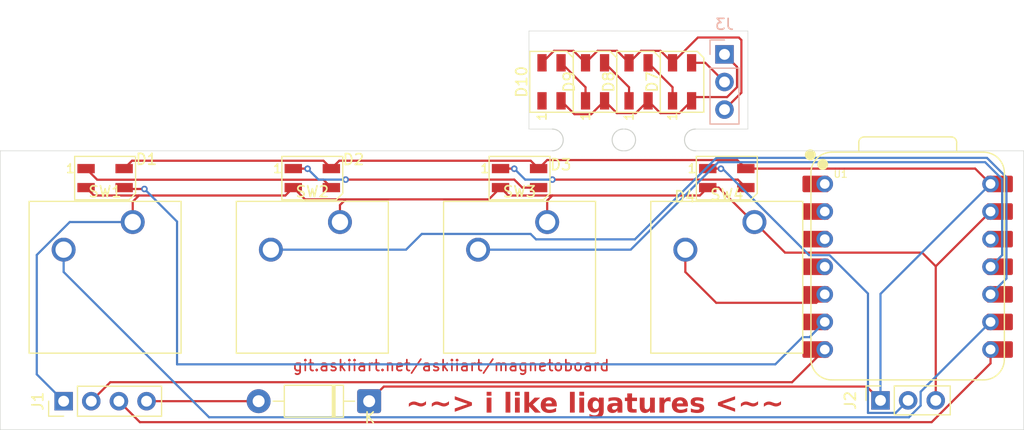
<source format=kicad_pcb>
(kicad_pcb (version 20241229) (generator "pcbnew") (generator_version "9.0")
  (layers (0 "F.Cu" signal) (2 "B.Cu" signal) (13 "F.Paste" user) (15 "B.Paste" user) (5 "F.SilkS" user "F.Silkscreen") (7 "B.SilkS" user "B.Silkscreen") (1 "F.Mask" user) (3 "B.Mask" user) (25 "Edge.Cuts" user))
  (net 0 "")
  (net 1 "Net-(D1-DIN)")
  (net 2 "+5V")
  (net 3 "GND")
  (net 4 "Net-(D4-DOUT)")
  (net 5 "Net-(D6-A)")
  (net 6 "GND_LED_board")
  (net 8 "+5V_LED_board")
  (net 9 "Net-(J1-Pin_3)")
  (net 10 "Net-(U1-GPIO2{slash}SCK)")
  (net 11 "Net-(U1-GPIO4{slash}MISO)")
  (net 12 "Net-(U1-GPIO3{slash}MOSI)")
  (net 13 "Net-(U1-GPIO6{slash}SDA)")
  (net 19 "Net-(J1-Pin_2)")
  (net 20 "Net-(D7-DIN)")
  (net 21 "Net-(D7-DOUT)")
  (net 22 "Net-(D8-DOUT)")
  (net 23 "Net-(D10-DIN)")
  (net 24 "Net-(D1-DOUT)")
  (net 25 "Net-(D2-DOUT)")
  (net 26 "Net-(D3-DOUT)")
  (footprint "LED_SMD:LED_SK6812MINI_PLCC4_3.5x3.5mm_P1.75mm" (layer "F.Cu") (at 121.48625 81.3625)
    (property "Reference" "D3" (at 3.78375 -1.2325 0) (layer "F.SilkS"))
    (property "Value" "SK6812MINI" (hide yes))
    (fp_line (start -2.8 -2) (end -2.8 2) (stroke (width 0.12)) (layer "F.SilkS"))
    (fp_line (start -2.8 -2) (end 2.8 -2) (stroke (width 0.12)) (layer "F.SilkS"))
    (fp_line (start -2.8 2) (end 2.2 2) (stroke (width 0.12)) (layer "F.SilkS"))
    (fp_line (start 2.8 1.4) (end 2.2 2) (stroke (width 0.12)) (layer "F.SilkS"))
    (fp_line (start 2.8 1.4) (end 2.8 -2) (stroke (width 0.12)) (layer "F.SilkS"))
    (fp_text user "1" (at -3.2 -0.875 0) (layer "F.SilkS") (effects (font (size 0.8 0.8))))
    (pad "1" smd rect (at -1.75 -0.875) (size 1.6 0.85) (layers "F.Cu" "F.Mask" "F.Paste") (net 26 "Net-(D3-DOUT)"))
    (pad "2" smd rect (at -1.75 0.875) (size 1.6 0.85) (layers "F.Cu" "F.Mask" "F.Paste") (net 3 "GND"))
    (pad "3" smd rect (at 1.75 0.875) (size 1.6 0.85) (layers "F.Cu" "F.Mask" "F.Paste") (net 25 "Net-(D2-DOUT)"))
    (pad "4" smd rect (at 1.75 -0.875) (size 1.6 0.85) (layers "F.Cu" "F.Mask" "F.Paste") (net 2 "+5V"))
  )
  (footprint "Panelization:MouseBite-Slot_2.0x4.5mm_inset_D0.5mm_P0.85mm_7h" (layer "F.Cu") (at 127.75 78.85)
    (property "Reference" "REF**" (hide yes))
    (property "Value" "MouseBite-Slot_2.0x4.5mm_inset_D0.5mm_P0.85mm_7h" (hide yes))
    (fp_arc (start -3.25 -2) (mid -2.25 -1) (end -3.25 0) (stroke (width 0.1)) (layer "Edge.Cuts"))
    (fp_arc (start 3.25 0) (mid 2.25 -1) (end 3.25 -2) (stroke (width 0.1)) (layer "Edge.Cuts"))
    (pad "" np_thru_hole circle (at -2.55 -2.25) (size 0.5 0.5) (drill 0.5) (layers "*.Cu" "*.Mask"))
    (pad "" np_thru_hole circle (at -2.55 0.25 180) (size 0.5 0.5) (drill 0.5) (layers "*.Cu" "*.Mask"))
    (pad "" np_thru_hole circle (at -1.7 -2.25) (size 0.5 0.5) (drill 0.5) (layers "*.Cu" "*.Mask"))
    (pad "" np_thru_hole circle (at -1.7 0.25 180) (size 0.5 0.5) (drill 0.5) (layers "*.Cu" "*.Mask"))
    (pad "" np_thru_hole circle (at -0.85 -2.25) (size 0.5 0.5) (drill 0.5) (layers "*.Cu" "*.Mask"))
    (pad "" np_thru_hole circle (at -0.85 0.25 180) (size 0.5 0.5) (drill 0.5) (layers "*.Cu" "*.Mask"))
    (pad "" np_thru_hole circle (at 0 -2.25) (size 0.5 0.5) (drill 0.5) (layers "*.Cu" "*.Mask"))
    (pad "" np_thru_hole circle (at 0 0.25 180) (size 0.5 0.5) (drill 0.5) (layers "*.Cu" "*.Mask"))
    (pad "" np_thru_hole circle (at 0.85 -2.25) (size 0.5 0.5) (drill 0.5) (layers "*.Cu" "*.Mask"))
    (pad "" np_thru_hole circle (at 0.85 0.25 180) (size 0.5 0.5) (drill 0.5) (layers "*.Cu" "*.Mask"))
    (pad "" np_thru_hole circle (at 1.7 -2.25) (size 0.5 0.5) (drill 0.5) (layers "*.Cu" "*.Mask"))
    (pad "" np_thru_hole circle (at 1.7 0.25 180) (size 0.5 0.5) (drill 0.5) (layers "*.Cu" "*.Mask"))
    (pad "" np_thru_hole circle (at 2.55 -2.25) (size 0.5 0.5) (drill 0.5) (layers "*.Cu" "*.Mask"))
    (pad "" np_thru_hole circle (at 2.55 0.25 180) (size 0.5 0.5) (drill 0.5) (layers "*.Cu" "*.Mask"))
  )
  (footprint "Button_Switch_Keyboard:SW_Cherry_MX_1.00u_PCB" (layer "F.Cu") (at 85.92625 85.4075)
    (property "Reference" "SW1" (at -2.54 -2.794 0) (layer "F.SilkS"))
    (property "Value" "MX switches")
    (fp_line (start -9.525 -1.905) (end 4.445 -1.905) (stroke (width 0.12)) (layer "F.SilkS"))
    (fp_line (start -9.525 12.065) (end -9.525 -1.905) (stroke (width 0.12)) (layer "F.SilkS"))
    (fp_line (start 4.445 -1.905) (end 4.445 12.065) (stroke (width 0.12)) (layer "F.SilkS"))
    (fp_line (start 4.445 12.065) (end -9.525 12.065) (stroke (width 0.12)) (layer "F.SilkS"))
    (pad "" np_thru_hole circle (at -7.62 5.08) (size 1.7 1.7) (drill 1.7) (layers "*.Cu" "*.Mask"))
    (pad "" np_thru_hole circle (at -2.54 5.08) (size 4 4) (drill 4) (layers "*.Cu" "*.Mask"))
    (pad "" np_thru_hole circle (at 2.54 5.08) (size 1.7 1.7) (drill 1.7) (layers "*.Cu" "*.Mask"))
    (pad "1" thru_hole circle (at 0 0) (size 2.2 2.2) (drill 1.5) (layers "*.Cu" "*.Mask") (net 3 "GND"))
    (pad "2" thru_hole circle (at -6.35 2.54) (size 2.2 2.2) (drill 1.5) (layers "*.Cu" "*.Mask") (net 10 "Net-(U1-GPIO2{slash}SCK)"))
  )
  (footprint "LED_SMD:LED_SK6812MINI_PLCC4_3.5x3.5mm_P1.75mm" (layer "F.Cu") (at 128.4255 72.5005 90)
    (property "Reference" "D9" (at 0 -2.38125 90) (layer "F.SilkS"))
    (property "Value" "SK6812MINI")
    (fp_line (start -2.8 -2) (end 2.8 -2) (stroke (width 0.12)) (layer "F.SilkS"))
    (fp_line (start -2.8 -2) (end -2.8 2) (stroke (width 0.12)) (layer "F.SilkS"))
    (fp_line (start 2.8 1.4) (end 2.8 -2) (stroke (width 0.12)) (layer "F.SilkS"))
    (fp_line (start 2.8 1.4) (end 2.2 2) (stroke (width 0.12)) (layer "F.SilkS"))
    (fp_line (start -2.8 2) (end 2.2 2) (stroke (width 0.12)) (layer "F.SilkS"))
    (fp_text user "1" (at -3.2 -0.875 90) (layer "F.SilkS") (effects (font (size 0.8 0.8))))
    (pad "1" smd rect (at -1.75 -0.875 90) (size 1.6 0.85) (layers "F.Cu" "F.Mask" "F.Paste") (net 23 "Net-(D10-DIN)"))
    (pad "2" smd rect (at -1.75 0.875 90) (size 1.6 0.85) (layers "F.Cu" "F.Mask" "F.Paste") (net 6 "GND_LED_board"))
    (pad "3" smd rect (at 1.75 0.875 90) (size 1.6 0.85) (layers "F.Cu" "F.Mask" "F.Paste") (net 22 "Net-(D8-DOUT)"))
    (pad "4" smd rect (at 1.75 -0.875 90) (size 1.6 0.85) (layers "F.Cu" "F.Mask" "F.Paste") (net 8 "+5V_LED_board"))
  )
  (footprint "Connector_PinHeader_2.54mm:PinHeader_1x04_P2.54mm_Vertical" (layer "F.Cu") (at 79.57625 101.89375 90)
    (property "Reference" "J1" (at 0 -2.38 90) (layer "F.SilkS"))
    (property "Value" "1N4001 (diode)")
    (fp_line (start -1.38 -1.38) (end 0 -1.38) (stroke (width 0.12)) (layer "F.SilkS"))
    (fp_line (start -1.38 0) (end -1.38 -1.38) (stroke (width 0.12)) (layer "F.SilkS"))
    (fp_line (start 1.38 1.27) (end 1.38 9) (stroke (width 0.12)) (layer "F.SilkS"))
    (fp_line (start -1.38 1.27) (end 1.38 1.27) (stroke (width 0.12)) (layer "F.SilkS"))
    (fp_line (start -1.38 1.27) (end -1.38 9) (stroke (width 0.12)) (layer "F.SilkS"))
    (fp_line (start -1.38 9) (end 1.38 9) (stroke (width 0.12)) (layer "F.SilkS"))
    (pad "1" thru_hole rect (at 0 0 90) (size 1.7 1.7) (drill 1) (layers "*.Cu" "*.Mask") (net 3 "GND"))
    (pad "2" thru_hole circle (at 0 2.54 90) (size 1.7 1.7) (drill 1) (layers "*.Cu" "*.Mask") (net 19 "Net-(J1-Pin_2)"))
    (pad "3" thru_hole circle (at 0 5.08 90) (size 1.7 1.7) (drill 1) (layers "*.Cu" "*.Mask") (net 9 "Net-(J1-Pin_3)"))
    (pad "4" thru_hole circle (at 0 7.62 90) (size 1.7 1.7) (drill 1) (layers "*.Cu" "*.Mask") (net 5 "Net-(D6-A)"))
  )
  (footprint "Panelization:MouseBite-Slot_2.0x4.5mm_inset_D0.5mm_P0.85mm_7h" (layer "F.Cu") (at 134.4 78.85)
    (property "Reference" "REF**" (hide yes))
    (property "Value" "MouseBite-Slot_2.0x4.5mm_inset_D0.5mm_P0.85mm_7h" (hide yes))
    (fp_arc (start -3.25 -2) (mid -2.25 -1) (end -3.25 0) (stroke (width 0.1)) (layer "Edge.Cuts"))
    (fp_arc (start 3.25 0) (mid 2.25 -1) (end 3.25 -2) (stroke (width 0.1)) (layer "Edge.Cuts"))
    (pad "" np_thru_hole circle (at -2.55 -2.25) (size 0.5 0.5) (drill 0.5) (layers "*.Cu" "*.Mask"))
    (pad "" np_thru_hole circle (at -2.55 0.25 180) (size 0.5 0.5) (drill 0.5) (layers "*.Cu" "*.Mask"))
    (pad "" np_thru_hole circle (at -1.7 -2.25) (size 0.5 0.5) (drill 0.5) (layers "*.Cu" "*.Mask"))
    (pad "" np_thru_hole circle (at -1.7 0.25 180) (size 0.5 0.5) (drill 0.5) (layers "*.Cu" "*.Mask"))
    (pad "" np_thru_hole circle (at -0.85 -2.25) (size 0.5 0.5) (drill 0.5) (layers "*.Cu" "*.Mask"))
    (pad "" np_thru_hole circle (at -0.85 0.25 180) (size 0.5 0.5) (drill 0.5) (layers "*.Cu" "*.Mask"))
    (pad "" np_thru_hole circle (at 0 -2.25) (size 0.5 0.5) (drill 0.5) (layers "*.Cu" "*.Mask"))
    (pad "" np_thru_hole circle (at 0 0.25 180) (size 0.5 0.5) (drill 0.5) (layers "*.Cu" "*.Mask"))
    (pad "" np_thru_hole circle (at 0.85 -2.25) (size 0.5 0.5) (drill 0.5) (layers "*.Cu" "*.Mask"))
    (pad "" np_thru_hole circle (at 0.85 0.25 180) (size 0.5 0.5) (drill 0.5) (layers "*.Cu" "*.Mask"))
    (pad "" np_thru_hole circle (at 1.7 -2.25) (size 0.5 0.5) (drill 0.5) (layers "*.Cu" "*.Mask"))
    (pad "" np_thru_hole circle (at 1.7 0.25 180) (size 0.5 0.5) (drill 0.5) (layers "*.Cu" "*.Mask"))
    (pad "" np_thru_hole circle (at 2.55 -2.25) (size 0.5 0.5) (drill 0.5) (layers "*.Cu" "*.Mask"))
    (pad "" np_thru_hole circle (at 2.55 0.25 180) (size 0.5 0.5) (drill 0.5) (layers "*.Cu" "*.Mask"))
  )
  (footprint "LED_SMD:LED_SK6812MINI_PLCC4_3.5x3.5mm_P1.75mm" (layer "F.Cu") (at 136.4255 72.5005 90)
    (property "Reference" "D7" (at 0 -2.75 90) (layer "F.SilkS"))
    (property "Value" "SK6812MINI")
    (fp_line (start -2.8 -2) (end 2.8 -2) (stroke (width 0.12)) (layer "F.SilkS"))
    (fp_line (start -2.8 -2) (end -2.8 2) (stroke (width 0.12)) (layer "F.SilkS"))
    (fp_line (start 2.8 1.4) (end 2.8 -2) (stroke (width 0.12)) (layer "F.SilkS"))
    (fp_line (start 2.8 1.4) (end 2.2 2) (stroke (width 0.12)) (layer "F.SilkS"))
    (fp_line (start -2.8 2) (end 2.2 2) (stroke (width 0.12)) (layer "F.SilkS"))
    (fp_text user "1" (at -3.2 -0.875 90) (layer "F.SilkS") (effects (font (size 0.8 0.8))))
    (pad "1" smd rect (at -1.75 -0.875 90) (size 1.6 0.85) (layers "F.Cu" "F.Mask" "F.Paste") (net 21 "Net-(D7-DOUT)"))
    (pad "2" smd rect (at -1.75 0.875 90) (size 1.6 0.85) (layers "F.Cu" "F.Mask" "F.Paste") (net 6 "GND_LED_board"))
    (pad "3" smd rect (at 1.75 0.875 90) (size 1.6 0.85) (layers "F.Cu" "F.Mask" "F.Paste") (net 20 "Net-(D7-DIN)"))
    (pad "4" smd rect (at 1.75 -0.875 90) (size 1.6 0.85) (layers "F.Cu" "F.Mask" "F.Paste") (net 8 "+5V_LED_board"))
  )
  (footprint "LED_SMD:LED_SK6812MINI_PLCC4_3.5x3.5mm_P1.75mm" (layer "F.Cu") (at 83.38625 81.3625)
    (property "Reference" "D1" (at 3.80375 -1.7325 0) (layer "F.SilkS"))
    (property "Value" "SK6812MINI" (hide yes))
    (fp_line (start -2.8 -2) (end -2.8 2) (stroke (width 0.12)) (layer "F.SilkS"))
    (fp_line (start -2.8 -2) (end 2.8 -2) (stroke (width 0.12)) (layer "F.SilkS"))
    (fp_line (start -2.8 2) (end 2.2 2) (stroke (width 0.12)) (layer "F.SilkS"))
    (fp_line (start 2.8 1.4) (end 2.2 2) (stroke (width 0.12)) (layer "F.SilkS"))
    (fp_line (start 2.8 1.4) (end 2.8 -2) (stroke (width 0.12)) (layer "F.SilkS"))
    (fp_text user "1" (at -3.2 -0.875 0) (layer "F.SilkS") (effects (font (size 0.8 0.8))))
    (pad "1" smd rect (at -1.75 -0.875) (size 1.6 0.85) (layers "F.Cu" "F.Mask" "F.Paste") (net 24 "Net-(D1-DOUT)"))
    (pad "2" smd rect (at -1.75 0.875) (size 1.6 0.85) (layers "F.Cu" "F.Mask" "F.Paste") (net 3 "GND"))
    (pad "3" smd rect (at 1.75 0.875) (size 1.6 0.85) (layers "F.Cu" "F.Mask" "F.Paste") (net 1 "Net-(D1-DIN)"))
    (pad "4" smd rect (at 1.75 -0.875) (size 1.6 0.85) (layers "F.Cu" "F.Mask" "F.Paste") (net 2 "+5V"))
  )
  (footprint "LED_SMD:LED_SK6812MINI_PLCC4_3.5x3.5mm_P1.75mm" (layer "F.Cu") (at 102.43625 81.3625)
    (property "Reference" "D2" (at 3.78375 -1.7125 0) (layer "F.SilkS"))
    (property "Value" "SK6812MINI" (hide yes))
    (fp_line (start -2.8 -2) (end -2.8 2) (stroke (width 0.12)) (layer "F.SilkS"))
    (fp_line (start -2.8 -2) (end 2.8 -2) (stroke (width 0.12)) (layer "F.SilkS"))
    (fp_line (start -2.8 2) (end 2.2 2) (stroke (width 0.12)) (layer "F.SilkS"))
    (fp_line (start 2.8 1.4) (end 2.2 2) (stroke (width 0.12)) (layer "F.SilkS"))
    (fp_line (start 2.8 1.4) (end 2.8 -2) (stroke (width 0.12)) (layer "F.SilkS"))
    (fp_text user "1" (at -3.2 -0.875 0) (layer "F.SilkS") (effects (font (size 0.8 0.8))))
    (pad "1" smd rect (at -1.75 -0.875) (size 1.6 0.85) (layers "F.Cu" "F.Mask" "F.Paste") (net 25 "Net-(D2-DOUT)"))
    (pad "2" smd rect (at -1.75 0.875) (size 1.6 0.85) (layers "F.Cu" "F.Mask" "F.Paste") (net 3 "GND"))
    (pad "3" smd rect (at 1.75 0.875) (size 1.6 0.85) (layers "F.Cu" "F.Mask" "F.Paste") (net 24 "Net-(D1-DOUT)"))
    (pad "4" smd rect (at 1.75 -0.875) (size 1.6 0.85) (layers "F.Cu" "F.Mask" "F.Paste") (net 2 "+5V"))
  )
  (footprint "LED_SMD:LED_SK6812MINI_PLCC4_3.5x3.5mm_P1.75mm" (layer "F.Cu") (at 132.4255 72.5005 90)
    (property "Reference" "D8" (at 0 -2.75 90) (layer "F.SilkS"))
    (property "Value" "SK6812MINI")
    (fp_line (start -2.8 -2) (end 2.8 -2) (stroke (width 0.12)) (layer "F.SilkS"))
    (fp_line (start -2.8 -2) (end -2.8 2) (stroke (width 0.12)) (layer "F.SilkS"))
    (fp_line (start 2.8 1.4) (end 2.8 -2) (stroke (width 0.12)) (layer "F.SilkS"))
    (fp_line (start 2.8 1.4) (end 2.2 2) (stroke (width 0.12)) (layer "F.SilkS"))
    (fp_line (start -2.8 2) (end 2.2 2) (stroke (width 0.12)) (layer "F.SilkS"))
    (fp_text user "1" (at -3.2 -0.875 90) (layer "F.SilkS") (effects (font (size 0.8 0.8))))
    (pad "1" smd rect (at -1.75 -0.875 90) (size 1.6 0.85) (layers "F.Cu" "F.Mask" "F.Paste") (net 22 "Net-(D8-DOUT)"))
    (pad "2" smd rect (at -1.75 0.875 90) (size 1.6 0.85) (layers "F.Cu" "F.Mask" "F.Paste") (net 6 "GND_LED_board"))
    (pad "3" smd rect (at 1.75 0.875 90) (size 1.6 0.85) (layers "F.Cu" "F.Mask" "F.Paste") (net 21 "Net-(D7-DOUT)"))
    (pad "4" smd rect (at 1.75 -0.875 90) (size 1.6 0.85) (layers "F.Cu" "F.Mask" "F.Paste") (net 8 "+5V_LED_board"))
  )
  (footprint "Connector_PinSocket_2.54mm:PinSocket_1x03_P2.54mm_Vertical" (layer "F.Cu") (at 154.665 101.82 90)
    (property "Reference" "J2" (at 0 -2.77 90) (layer "F.SilkS"))
    (property "Value" "Conn_01x03_Socket" (hide yes))
    (fp_line (start 1.33 -1.33) (end 1.33 0) (stroke (width 0.12)) (layer "F.SilkS"))
    (fp_line (start 0 -1.33) (end 1.33 -1.33) (stroke (width 0.12)) (layer "F.SilkS"))
    (fp_line (start 1.33 1.27) (end 1.33 6.41) (stroke (width 0.12)) (layer "F.SilkS"))
    (fp_line (start -1.33 1.27) (end 1.33 1.27) (stroke (width 0.12)) (layer "F.SilkS"))
    (fp_line (start -1.33 1.27) (end -1.33 6.41) (stroke (width 0.12)) (layer "F.SilkS"))
    (fp_line (start -1.33 6.41) (end 1.33 6.41) (stroke (width 0.12)) (layer "F.SilkS"))
    (pad "1" thru_hole rect (at 0 0 90) (size 1.7 1.7) (drill 1) (layers "*.Cu" "*.Mask") (net 2 "+5V"))
    (pad "2" thru_hole circle (at 0 2.54 90) (size 1.7 1.7) (drill 1) (layers "*.Cu" "*.Mask") (net 4 "Net-(D4-DOUT)"))
    (pad "3" thru_hole circle (at 0 5.08 90) (size 1.7 1.7) (drill 1) (layers "*.Cu" "*.Mask") (net 3 "GND"))
  )
  (footprint "LED_SMD:LED_SK6812MINI_PLCC4_3.5x3.5mm_P1.75mm" (layer "F.Cu") (at 124.4255 72.5005 90)
    (property "Reference" "D10" (at 0 -2.75 90) (layer "F.SilkS"))
    (property "Value" "SK6812MINI")
    (fp_line (start -2.8 -2) (end 2.8 -2) (stroke (width 0.12)) (layer "F.SilkS"))
    (fp_line (start -2.8 -2) (end -2.8 2) (stroke (width 0.12)) (layer "F.SilkS"))
    (fp_line (start 2.8 1.4) (end 2.8 -2) (stroke (width 0.12)) (layer "F.SilkS"))
    (fp_line (start 2.8 1.4) (end 2.2 2) (stroke (width 0.12)) (layer "F.SilkS"))
    (fp_line (start -2.8 2) (end 2.2 2) (stroke (width 0.12)) (layer "F.SilkS"))
    (fp_text user "1" (at -3.2 -0.875 90) (layer "F.SilkS") (effects (font (size 0.8 0.8))))
    (pad "1" smd rect (at -1.75 -0.875 90) (size 1.6 0.85) (layers "F.Cu" "F.Mask" "F.Paste"))
    (pad "2" smd rect (at -1.75 0.875 90) (size 1.6 0.85) (layers "F.Cu" "F.Mask" "F.Paste") (net 6 "GND_LED_board"))
    (pad "3" smd rect (at 1.75 0.875 90) (size 1.6 0.85) (layers "F.Cu" "F.Mask" "F.Paste") (net 23 "Net-(D10-DIN)"))
    (pad "4" smd rect (at 1.75 -0.875 90) (size 1.6 0.85) (layers "F.Cu" "F.Mask" "F.Paste") (net 8 "+5V_LED_board"))
  )
  (footprint "Button_Switch_Keyboard:SW_Cherry_MX_1.00u_PCB" (layer "F.Cu") (at 104.97625 85.4075)
    (property "Reference" "SW2" (at -2.54 -2.794 0) (layer "F.SilkS"))
    (property "Value" "SW_Push" (hide yes))
    (fp_line (start -9.525 -1.905) (end 4.445 -1.905) (stroke (width 0.12)) (layer "F.SilkS"))
    (fp_line (start -9.525 12.065) (end -9.525 -1.905) (stroke (width 0.12)) (layer "F.SilkS"))
    (fp_line (start 4.445 -1.905) (end 4.445 12.065) (stroke (width 0.12)) (layer "F.SilkS"))
    (fp_line (start 4.445 12.065) (end -9.525 12.065) (stroke (width 0.12)) (layer "F.SilkS"))
    (pad "" np_thru_hole circle (at -7.62 5.08) (size 1.7 1.7) (drill 1.7) (layers "*.Cu" "*.Mask"))
    (pad "" np_thru_hole circle (at -2.54 5.08) (size 4 4) (drill 4) (layers "*.Cu" "*.Mask"))
    (pad "" np_thru_hole circle (at 2.54 5.08) (size 1.7 1.7) (drill 1.7) (layers "*.Cu" "*.Mask"))
    (pad "1" thru_hole circle (at 0 0) (size 2.2 2.2) (drill 1.5) (layers "*.Cu" "*.Mask") (net 3 "GND"))
    (pad "2" thru_hole circle (at -6.35 2.54) (size 2.2 2.2) (drill 1.5) (layers "*.Cu" "*.Mask") (net 11 "Net-(U1-GPIO4{slash}MISO)"))
  )
  (footprint "LED_SMD:LED_SK6812MINI_PLCC4_3.5x3.5mm_P1.75mm" (layer "F.Cu") (at 140.53625 81.3625)
    (property "Reference" "D4" (at -3.85375 1.7125 0) (layer "F.SilkS"))
    (property "Value" "SK6812MINI")
    (fp_line (start -2.8 -2) (end -2.8 2) (stroke (width 0.12)) (layer "F.SilkS"))
    (fp_line (start -2.8 -2) (end 2.8 -2) (stroke (width 0.12)) (layer "F.SilkS"))
    (fp_line (start -2.8 2) (end 2.2 2) (stroke (width 0.12)) (layer "F.SilkS"))
    (fp_line (start 2.8 1.4) (end 2.2 2) (stroke (width 0.12)) (layer "F.SilkS"))
    (fp_line (start 2.8 1.4) (end 2.8 -2) (stroke (width 0.12)) (layer "F.SilkS"))
    (fp_text user "1" (at -3.2 -0.875 0) (layer "F.SilkS") (effects (font (size 0.8 0.8))))
    (pad "1" smd rect (at -1.75 -0.875) (size 1.6 0.85) (layers "F.Cu" "F.Mask" "F.Paste") (net 4 "Net-(D4-DOUT)"))
    (pad "2" smd rect (at -1.75 0.875) (size 1.6 0.85) (layers "F.Cu" "F.Mask" "F.Paste") (net 3 "GND"))
    (pad "3" smd rect (at 1.75 0.875) (size 1.6 0.85) (layers "F.Cu" "F.Mask" "F.Paste") (net 26 "Net-(D3-DOUT)"))
    (pad "4" smd rect (at 1.75 -0.875) (size 1.6 0.85) (layers "F.Cu" "F.Mask" "F.Paste") (net 2 "+5V"))
  )
  (footprint "Button_Switch_Keyboard:SW_Cherry_MX_1.00u_PCB" (layer "F.Cu") (at 143.07625 85.4075)
    (property "Reference" "SW4" (at -2.52625 -2.5275 0) (layer "F.SilkS"))
    (property "Value" "SW_Push" (hide yes))
    (fp_line (start -9.525 -1.905) (end 4.445 -1.905) (stroke (width 0.12)) (layer "F.SilkS"))
    (fp_line (start -9.525 12.065) (end -9.525 -1.905) (stroke (width 0.12)) (layer "F.SilkS"))
    (fp_line (start 4.445 -1.905) (end 4.445 12.065) (stroke (width 0.12)) (layer "F.SilkS"))
    (fp_line (start 4.445 12.065) (end -9.525 12.065) (stroke (width 0.12)) (layer "F.SilkS"))
    (pad "" np_thru_hole circle (at -7.62 5.08) (size 1.7 1.7) (drill 1.7) (layers "*.Cu" "*.Mask"))
    (pad "" np_thru_hole circle (at -2.54 5.08) (size 4 4) (drill 4) (layers "*.Cu" "*.Mask"))
    (pad "" np_thru_hole circle (at 2.54 5.08) (size 1.7 1.7) (drill 1.7) (layers "*.Cu" "*.Mask"))
    (pad "1" thru_hole circle (at 0 0) (size 2.2 2.2) (drill 1.5) (layers "*.Cu" "*.Mask") (net 3 "GND"))
    (pad "2" thru_hole circle (at -6.35 2.54) (size 2.2 2.2) (drill 1.5) (layers "*.Cu" "*.Mask") (net 13 "Net-(U1-GPIO6{slash}SDA)"))
  )
  (footprint "Diode_THT:D_DO-41_SOD81_P10.16mm_Horizontal" (layer "F.Cu") (at 107.66 101.89375 180)
    (property "Reference" "D6" (hide yes))
    (property "Value" "1N4001")
    (fp_line (start 8.82 0) (end 7.8 0) (stroke (width 0.12)) (layer "F.SilkS"))
    (fp_line (start 3.38 -1.47) (end 3.38 1.47) (stroke (width 0.12)) (layer "F.SilkS"))
    (fp_line (start 3.26 -1.47) (end 3.26 1.47) (stroke (width 0.12)) (layer "F.SilkS"))
    (fp_line (start 3.14 -1.47) (end 3.14 1.47) (stroke (width 0.12)) (layer "F.SilkS"))
    (fp_line (start 1.34 0) (end 2.36 0) (stroke (width 0.12)) (layer "F.SilkS"))
    (fp_rect (start 2.36 -1.47) (end 7.8 1.47) (stroke (width 0.12)) (fill no) (layer "F.SilkS"))
    (fp_text user "K" (at -0.07 -1.52625 0) (layer "F.SilkS"))
    (pad "1" thru_hole roundrect (at 0 0 180) (size 2.2 2.2) (drill 1.1) (layers "*.Cu" "*.Mask") (roundrect_rratio 0.113636) (net 2 "+5V"))
    (pad "2" thru_hole circle (at 10.16 0 180) (size 2.2 2.2) (drill 1.1) (layers "*.Cu" "*.Mask") (net 5 "Net-(D6-A)"))
  )
  (footprint "Button_Switch_Keyboard:SW_Cherry_MX_1.00u_PCB" (layer "F.Cu") (at 124.02625 85.4075)
    (property "Reference" "SW3" (at -2.54 -2.794 0) (layer "F.SilkS"))
    (property "Value" "SW_Push" (hide yes))
    (fp_line (start -9.525 -1.905) (end 4.445 -1.905) (stroke (width 0.12)) (layer "F.SilkS"))
    (fp_line (start -9.525 12.065) (end -9.525 -1.905) (stroke (width 0.12)) (layer "F.SilkS"))
    (fp_line (start 4.445 -1.905) (end 4.445 12.065) (stroke (width 0.12)) (layer "F.SilkS"))
    (fp_line (start 4.445 12.065) (end -9.525 12.065) (stroke (width 0.12)) (layer "F.SilkS"))
    (pad "" np_thru_hole circle (at -7.62 5.08) (size 1.7 1.7) (drill 1.7) (layers "*.Cu" "*.Mask"))
    (pad "" np_thru_hole circle (at -2.54 5.08) (size 4 4) (drill 4) (layers "*.Cu" "*.Mask"))
    (pad "" np_thru_hole circle (at 2.54 5.08) (size 1.7 1.7) (drill 1.7) (layers "*.Cu" "*.Mask"))
    (pad "1" thru_hole circle (at 0 0) (size 2.2 2.2) (drill 1.5) (layers "*.Cu" "*.Mask") (net 3 "GND"))
    (pad "2" thru_hole circle (at -6.35 2.54) (size 2.2 2.2) (drill 1.5) (layers "*.Cu" "*.Mask") (net 12 "Net-(U1-GPIO3{slash}MOSI)"))
  )
  (footprint "OPL:XIAO-RP2040-DIP" (layer "F.Cu") (at 157.1625 89.52)
    (property "Reference" "U1" (at -6.1625 -8.52 0) (layer "F.SilkS") (effects (font (size 0.635 0.635) (thickness 0.1016))))
    (property "Value" "XIAO RP2040")
    (fp_line (start -8.89 8.509) (end -8.89 -8.636) (stroke (width 0.127)) (layer "F.SilkS"))
    (fp_line (start -6.985 10.414) (end 6.985 10.414) (stroke (width 0.127)) (layer "F.SilkS"))
    (fp_line (start -4.495 -10.541) (end -4.491272 -11.451272) (stroke (width 0.127)) (layer "F.SilkS"))
    (fp_line (start -3.991272 -11.951) (end 4.004 -11.951) (stroke (width 0.127)) (layer "F.SilkS"))
    (fp_line (start 4.504 -11.451) (end 4.504 -10.541) (stroke (width 0.127)) (layer "F.SilkS"))
    (fp_line (start 6.985 -10.541) (end -6.985 -10.541) (stroke (width 0.1)) (layer "F.SilkS"))
    (fp_line (start 6.985 -10.541) (end -6.985 -10.541) (stroke (width 0.127)) (layer "F.SilkS"))
    (fp_line (start 8.89 8.509) (end 8.89 -8.636) (stroke (width 0.127)) (layer "F.SilkS"))
    (fp_arc (start -8.89 -8.636) (mid -8.332038 -9.983038) (end -6.985 -10.541) (stroke (width 0.127)) (layer "F.SilkS"))
    (fp_arc (start -6.985 10.414) (mid -8.332038 9.856038) (end -8.89 8.509) (stroke (width 0.127)) (layer "F.SilkS"))
    (fp_arc (start -4.491272 -11.451272) (mid -4.344728 -11.80464) (end -3.991272 -11.951) (stroke (width 0.127)) (layer "F.SilkS"))
    (fp_arc (start 4.004 -11.951) (mid 4.357553 -11.804553) (end 4.504 -11.451) (stroke (width 0.127)) (layer "F.SilkS"))
    (fp_arc (start 6.985 -10.541) (mid 8.332038 -9.983038) (end 8.89 -8.636) (stroke (width 0.127)) (layer "F.SilkS"))
    (fp_arc (start 8.89 8.509) (mid 8.332038 9.856038) (end 6.985 10.414) (stroke (width 0.127)) (layer "F.SilkS"))
    (fp_circle (center -8.95 -10.3) (end -8.95 -10.554) (stroke (width 0.5)) (fill yes) (layer "F.SilkS"))
    (fp_circle (center -7.807 -9.42) (end -7.807 -9.674) (stroke (width 0.5)) (fill yes) (layer "F.SilkS"))
    (pad "1" smd roundrect (at -8.455 -7.62 180) (size 2.432 1.524) (layers "F.Cu" "F.Mask") (roundrect_rratio 0.1))
    (pad "1" thru_hole circle (at -7.62 -7.62 180) (size 1.524 1.524) (drill 0.889) (layers "*.Cu" "*.Mask"))
    (pad "2" smd roundrect (at -8.455 -5.08 180) (size 2.432 1.524) (layers "F.Cu" "F.Mask") (roundrect_rratio 0.1))
    (pad "2" thru_hole circle (at -7.62 -5.08 180) (size 1.524 1.524) (drill 0.889) (layers "*.Cu" "*.Mask"))
    (pad "3" smd roundrect (at -8.455 -2.54 180) (size 2.432 1.524) (layers "F.Cu" "F.Mask") (roundrect_rratio 0.1))
    (pad "3" thru_hole circle (at -7.62 -2.54 180) (size 1.524 1.524) (drill 0.889) (layers "*.Cu" "*.Mask"))
    (pad "4" smd roundrect (at -8.455 0 180) (size 2.432 1.524) (layers "F.Cu" "F.Mask") (roundrect_rratio 0.1))
    (pad "4" thru_hole circle (at -7.62 0 180) (size 1.524 1.524) (drill 0.889) (layers "*.Cu" "*.Mask"))
    (pad "5" smd roundrect (at -8.455 2.54 180) (size 2.432 1.524) (layers "F.Cu" "F.Mask") (roundrect_rratio 0.1) (net 13 "Net-(U1-GPIO6{slash}SDA)"))
    (pad "5" thru_hole circle (at -7.62 2.54 180) (size 1.524 1.524) (drill 0.889) (layers "*.Cu" "*.Mask") (net 13 "Net-(U1-GPIO6{slash}SDA)"))
    (pad "6" smd roundrect (at -8.455 5.08 180) (size 2.432 1.524) (layers "F.Cu" "F.Mask") (roundrect_rratio 0.1) (net 1 "Net-(D1-DIN)"))
    (pad "6" thru_hole circle (at -7.62 5.08 180) (size 1.524 1.524) (drill 0.889) (layers "*.Cu" "*.Mask") (net 1 "Net-(D1-DIN)"))
    (pad "7" smd roundrect (at -8.455 7.62 180) (size 2.432 1.524) (layers "F.Cu" "F.Mask") (roundrect_rratio 0.1) (net 19 "Net-(J1-Pin_2)"))
    (pad "7" thru_hole circle (at -7.62 7.62 180) (size 1.524 1.524) (drill 0.889) (layers "*.Cu" "*.Mask") (net 19 "Net-(J1-Pin_2)"))
    (pad "8" thru_hole circle (at 7.62 7.62) (size 1.524 1.524) (drill 0.889) (layers "*.Cu" "*.Mask") (net 9 "Net-(J1-Pin_3)"))
    (pad "8" smd roundrect (at 8.455 7.62) (size 2.432 1.524) (layers "F.Cu" "F.Mask") (roundrect_rratio 0.1) (net 9 "Net-(J1-Pin_3)"))
    (pad "9" thru_hole circle (at 7.62 5.08) (size 1.524 1.524) (drill 0.889) (layers "*.Cu" "*.Mask") (net 10 "Net-(U1-GPIO2{slash}SCK)"))
    (pad "9" smd roundrect (at 8.455 5.08) (size 2.432 1.524) (layers "F.Cu" "F.Mask") (roundrect_rratio 0.1) (net 10 "Net-(U1-GPIO2{slash}SCK)"))
    (pad "10" thru_hole circle (at 7.62 2.54) (size 1.524 1.524) (drill 0.889) (layers "*.Cu" "*.Mask") (net 11 "Net-(U1-GPIO4{slash}MISO)"))
    (pad "10" smd roundrect (at 8.455 2.54) (size 2.432 1.524) (layers "F.Cu" "F.Mask") (roundrect_rratio 0.1) (net 11 "Net-(U1-GPIO4{slash}MISO)"))
    (pad "11" thru_hole circle (at 7.62 0) (size 1.524 1.524) (drill 0.889) (layers "*.Cu" "*.Mask") (net 12 "Net-(U1-GPIO3{slash}MOSI)"))
    (pad "11" smd roundrect (at 8.455 0) (size 2.432 1.524) (layers "F.Cu" "F.Mask") (roundrect_rratio 0.1) (net 12 "Net-(U1-GPIO3{slash}MOSI)"))
    (pad "12" thru_hole circle (at 7.62 -2.54) (size 1.524 1.524) (drill 0.889) (layers "*.Cu" "*.Mask"))
    (pad "12" smd roundrect (at 8.455 -2.54) (size 2.432 1.524) (layers "F.Cu" "F.Mask") (roundrect_rratio 0.1))
    (pad "13" thru_hole circle (at 7.62 -5.08) (size 1.524 1.524) (drill 0.889) (layers "*.Cu" "*.Mask") (net 3 "GND"))
    (pad "13" smd roundrect (at 8.455 -5.08) (size 2.432 1.524) (layers "F.Cu" "F.Mask") (roundrect_rratio 0.1) (net 3 "GND"))
    (pad "14" thru_hole circle (at 7.62 -7.62) (size 1.524 1.524) (drill 0.889) (layers "*.Cu" "*.Mask") (net 2 "+5V"))
    (pad "14" smd roundrect (at 8.455 -7.62) (size 2.432 1.524) (layers "F.Cu" "F.Mask") (roundrect_rratio 0.1) (net 2 "+5V"))
  )
  (footprint "Connector_PinSocket_2.54mm:PinSocket_1x03_P2.54mm_Vertical" (layer "B.Cu") (at 140.3255 69.9755 180)
    (property "Reference" "J3" (at 0 2.77 0) (layer "B.SilkS") (effects (justify mirror)))
    (property "Value" "Conn_01x03_Socket")
    (fp_line (start 1.33 1.33) (end 1.33 0) (stroke (width 0.12)) (layer "B.SilkS"))
    (fp_line (start 1.33 -1.27) (end 1.33 -6.41) (stroke (width 0.12)) (layer "B.SilkS"))
    (fp_line (start 0 1.33) (end 1.33 1.33) (stroke (width 0.12)) (layer "B.SilkS"))
    (fp_line (start -1.33 -1.27) (end 1.33 -1.27) (stroke (width 0.12)) (layer "B.SilkS"))
    (fp_line (start -1.33 -1.27) (end -1.33 -6.41) (stroke (width 0.12)) (layer "B.SilkS"))
    (fp_line (start -1.33 -6.41) (end 1.33 -6.41) (stroke (width 0.12)) (layer "B.SilkS"))
    (pad "1" thru_hole rect (at 0 0 180) (size 1.7 1.7) (drill 1) (layers "*.Cu" "*.Mask") (net 6 "GND_LED_board"))
    (pad "2" thru_hole circle (at 0 -2.54 180) (size 1.7 1.7) (drill 1) (layers "*.Cu" "*.Mask") (net 20 "Net-(D7-DIN)"))
    (pad "3" thru_hole circle (at 0 -5.08 180) (size 1.7 1.7) (drill 1) (layers "*.Cu" "*.Mask") (net 8 "+5V_LED_board"))
  )
  (gr_line (start 137.75 78.85) (end 167.8335 78.85) (stroke (width 0.05)) (layer "Edge.Cuts"))
  (gr_line (start 131 76.85) (end 131.15 76.85) (stroke (width 0.05)) (layer "Edge.Cuts"))
  (gr_line (start 137.75 76.85) (end 137.65 76.85) (stroke (width 0.05)) (layer "Edge.Cuts"))
  (gr_line (start 142.4775 76.85) (end 142.4775 67.8235) (stroke (width 0.05)) (layer "Edge.Cuts"))
  (gr_line (start 142.4775 67.8235) (end 122.35 67.8235) (stroke (width 0.05)) (layer "Edge.Cuts"))
  (gr_line (start 73.75 104.0103) (end 73.75 78.85) (stroke (width 0.05)) (layer "Edge.Cuts"))
  (gr_line (start 142.4775 76.85) (end 142.15 76.85) (stroke (width 0.05)) (layer "Edge.Cuts"))
  (gr_line (start 167.829493 104.520353) (end 73.75 104.5103) (stroke (width 0.05)) (layer "Edge.Cuts"))
  (gr_line (start 137.75 78.85) (end 137.65 78.85) (stroke (width 0.05)) (layer "Edge.Cuts"))
  (gr_line (start 131 78.85) (end 131.15 78.85) (stroke (width 0.05)) (layer "Edge.Cuts"))
  (gr_line (start 137.75 76.85) (end 142.15 76.85) (stroke (width 0.05)) (layer "Edge.Cuts"))
  (gr_line (start 122.35 76.85) (end 124.5 76.85) (stroke (width 0.05)) (layer "Edge.Cuts"))
  (gr_line (start 122.35 67.8235) (end 122.35 76.85) (stroke (width 0.05)) (layer "Edge.Cuts"))
  (gr_line (start 73.75 78.85) (end 124.5 78.85) (stroke (width 0.05)) (layer "Edge.Cuts"))
  (gr_line (start 167.8335 104.520353) (end 167.8335 78.85) (stroke (width 0.05)) (layer "Edge.Cuts"))
  (gr_line (start 73.75 104.0103) (end 73.75 104.5103) (stroke (width 0.05)) (layer "Edge.Cuts"))
  (gr_text "~~> i like ligatures <~~" (at 111.0425 103.25 0) (layer "F.Cu") (effects (font (size 1.8 1.8) (thickness 0.24) (bold yes)) (justify left bottom)))
  (gr_text "git.askiiart.net/askiiart/magnetoboard" (at 100.55 99.2 0) (layer "F.Cu") (effects (font (size 1 1)) (justify left bottom)))
  (segment (start 87 82.3635) (end 85.26225 82.3635) (width 0.2) (layer "F.Cu") (net 1))
  (segment (start 85.26225 82.3635) (end 85.13625 82.2375) (width 0.2) (layer "F.Cu") (net 1))
  (segment (start 86.874 82.2375) (end 87 82.3635) (width 0.2) (layer "F.Cu") (net 1))
  (via (at 87 82.3635) (size 0.6) (drill 0.3) (layers "F.Cu" "B.Cu") (net 1))
  (segment (start 90 98.5) (end 145 98.5) (width 0.2) (layer "B.Cu") (net 1))
  (segment (start 148.1425 96) (end 149.5425 94.6) (width 0.2) (layer "B.Cu") (net 1))
  (segment (start 145 98.5) (end 147.5 96) (width 0.2) (layer "B.Cu") (net 1))
  (segment (start 87 82.3635) (end 90 85.3635) (width 0.2) (layer "B.Cu") (net 1))
  (segment (start 90 85.3635) (end 90 98.5) (width 0.2) (layer "B.Cu") (net 1))
  (segment (start 147.5 96) (end 148.1425 96) (width 0.2) (layer "B.Cu") (net 1))
  (segment (start 141.49975 79.701) (end 124.02275 79.701) (width 0.2) (layer "F.Cu") (net 2))
  (segment (start 104.91225 79.7615) (end 104.18625 80.4875) (width 0.2) (layer "F.Cu") (net 2))
  (segment (start 103.46025 79.7615) (end 85.86225 79.7615) (width 0.2) (layer "F.Cu") (net 2))
  (segment (start 124.02275 79.701) (end 123.23625 80.4875) (width 0.2) (layer "F.Cu") (net 2))
  (segment (start 163.37 80.4875) (end 142.28625 80.4875) (width 0.2) (layer "F.Cu") (net 2))
  (segment (start 107.66 101.89375) (end 109.006634 100.547116) (width 0.2) (layer "F.Cu") (net 2))
  (segment (start 122.51025 79.7615) (end 104.91225 79.7615) (width 0.2) (layer "F.Cu") (net 2))
  (segment (start 104.18625 80.4875) (end 103.46025 79.7615) (width 0.2) (layer "F.Cu") (net 2))
  (segment (start 123.23625 80.4875) (end 122.51025 79.7615) (width 0.2) (layer "F.Cu") (net 2))
  (segment (start 164.7825 81.9) (end 163.37 80.4875) (width 0.2) (layer "F.Cu") (net 2))
  (segment (start 153.392116 100.547116) (end 154.665 101.82) (width 0.2) (layer "F.Cu") (net 2))
  (segment (start 85.86225 79.7615) (end 85.13625 80.4875) (width 0.2) (layer "F.Cu") (net 2))
  (segment (start 109.006634 100.547116) (end 153.392116 100.547116) (width 0.2) (layer "F.Cu") (net 2))
  (segment (start 142.28625 80.4875) (end 141.49975 79.701) (width 0.2) (layer "F.Cu") (net 2))
  (segment (start 154.665 92.0175) (end 154.665 101.82) (width 0.2) (layer "B.Cu") (net 2))
  (segment (start 164.7825 81.9) (end 154.665 92.0175) (width 0.2) (layer "B.Cu") (net 2))
  (segment (start 159.745 89.4775) (end 159.745 101.82) (width 0.2) (layer "F.Cu") (net 3))
  (segment (start 118.65375 83.32) (end 105.5 83.32) (width 0.2) (layer "F.Cu") (net 3))
  (segment (start 82.36225 82.9635) (end 81.63625 82.2375) (width 0.2) (layer "F.Cu") (net 3))
  (segment (start 79.57625 101.89375) (end 79.61375 101.89375) (width 0.2) (layer "F.Cu") (net 3))
  (segment (start 145.88875 88.22) (end 143.07625 85.4075) (width 0.2) (layer "F.Cu") (net 3))
  (segment (start 142.9625 85.4075) (end 139.7925 82.2375) (width 0.2) (layer "F.Cu") (net 3))
  (segment (start 138.78625 82.2375) (end 138.06025 82.9635) (width 0.2) (layer "F.Cu") (net 3))
  (segment (start 143.07625 85.4075) (end 142.9625 85.4075) (width 0.2) (layer "F.Cu") (net 3))
  (segment (start 79.61375 101.89375) (end 79.65 101.93) (width 0.2) (layer "F.Cu") (net 3))
  (segment (start 124.02625 85.4075) (end 124.02625 83.43725) (width 0.2) (layer "F.Cu") (net 3))
  (segment (start 101.76875 83.32) (end 100.68625 82.2375) (width 0.2) (layer "F.Cu") (net 3))
  (segment (start 119.73625 82.2375) (end 118.65375 83.32) (width 0.2) (layer "F.Cu") (net 3))
  (segment (start 139.7925 82.2375) (end 138.78625 82.2375) (width 0.2) (layer "F.Cu") (net 3))
  (segment (start 99.96025 82.9635) (end 86.5 82.9635) (width 0.2) (layer "F.Cu") (net 3))
  (segment (start 158.4875 88.22) (end 145.88875 88.22) (width 0.2) (layer "F.Cu") (net 3))
  (segment (start 85.92625 83.53725) (end 86.5 82.9635) (width 0.2) (layer "F.Cu") (net 3))
  (segment (start 100.68625 82.2375) (end 99.96025 82.9635) (width 0.2) (layer "F.Cu") (net 3))
  (segment (start 124.5 82.9635) (end 120.46225 82.9635) (width 0.2) (layer "F.Cu") (net 3))
  (segment (start 105.5 83.32) (end 101.76875 83.32) (width 0.2) (layer "F.Cu") (net 3))
  (segment (start 124.02625 83.43725) (end 124.5 82.9635) (width 0.2) (layer "F.Cu") (net 3))
  (segment (start 104.97625 83.84375) (end 105.5 83.32) (width 0.2) (layer "F.Cu") (net 3))
  (segment (start 86.5 82.9635) (end 82.36225 82.9635) (width 0.2) (layer "F.Cu") (net 3))
  (segment (start 164.7825 84.44) (end 159.745 89.4775) (width 0.2) (layer "F.Cu") (net 3))
  (segment (start 159.745 89.4775) (end 158.4875 88.22) (width 0.2) (layer "F.Cu") (net 3))
  (segment (start 120.46225 82.9635) (end 119.73625 82.2375) (width 0.2) (layer "F.Cu") (net 3))
  (segment (start 138.06025 82.9635) (end 124.5 82.9635) (width 0.2) (layer "F.Cu") (net 3))
  (segment (start 85.92625 85.4075) (end 85.92625 83.53725) (width 0.2) (layer "F.Cu") (net 3))
  (segment (start 104.97625 85.4075) (end 104.97625 83.84375) (width 0.2) (layer "F.Cu") (net 3))
  (segment (start 85.92625 85.4075) (end 80.134936 85.4075) (width 0.2) (layer "B.Cu") (net 3))
  (segment (start 77.10525 99.42275) (end 79.57625 101.89375) (width 0.2) (layer "B.Cu") (net 3))
  (segment (start 80.134936 85.4075) (end 77.10525 88.437186) (width 0.2) (layer "B.Cu") (net 3))
  (segment (start 77.10525 88.437186) (end 77.10525 99.42275) (width 0.2) (layer "B.Cu") (net 3))
  (segment (start 138.78625 80.4875) (end 139.9875 80.4875) (width 0.2) (layer "F.Cu") (net 4))
  (segment (start 139.9875 80.4875) (end 140 80.5) (width 0.2) (layer "F.Cu") (net 4))
  (via (at 140 80.5) (size 0.6) (drill 0.3) (layers "F.Cu" "B.Cu") (net 4))
  (segment (start 149.98281 88.457) (end 153.514 91.98819) (width 0.2) (layer "B.Cu") (net 4))
  (segment (start 148.107064 88.457) (end 149.98281 88.457) (width 0.2) (layer "B.Cu") (net 4))
  (segment (start 153.514 102.971) (end 156.054 102.971) (width 0.2) (layer "B.Cu") (net 4))
  (segment (start 156.054 102.971) (end 157.205 101.82) (width 0.2) (layer "B.Cu") (net 4))
  (segment (start 140.150064 80.5) (end 148.107064 88.457) (width 0.2) (layer "B.Cu") (net 4))
  (segment (start 140 80.5) (end 140.150064 80.5) (width 0.2) (layer "B.Cu") (net 4))
  (segment (start 153.514 91.98819) (end 153.514 102.971) (width 0.2) (layer "B.Cu") (net 4))
  (segment (start 87.19625 101.89375) (end 97.5 101.89375) (width 0.2) (layer "F.Cu") (net 5))
  (segment (start 133.3005 74.2505) (end 132.16925 75.38175) (width 0.2) (layer "F.Cu") (net 6))
  (segment (start 141.4765 71.1265) (end 141.4765 72.99226) (width 0.2) (layer "F.Cu") (net 6))
  (segment (start 129.3005 74.2505) (end 128.06925 75.48175) (width 0.2) (layer "F.Cu") (net 6))
  (segment (start 137.3005 74.2505) (end 136.16925 75.38175) (width 0.2) (layer "F.Cu") (net 6))
  (segment (start 141.4765 72.99226) (end 140.56426 73.9045) (width 0.2) (layer "F.Cu") (net 6))
  (segment (start 140.56426 73.9045) (end 137.6465 73.9045) (width 0.2) (layer "F.Cu") (net 6))
  (segment (start 136.16925 75.38175) (end 134.43175 75.38175) (width 0.2) (layer "F.Cu") (net 6))
  (segment (start 126.53175 75.48175) (end 125.3005 74.2505) (width 0.2) (layer "F.Cu") (net 6))
  (segment (start 132.16925 75.38175) (end 130.43175 75.38175) (width 0.2) (layer "F.Cu") (net 6))
  (segment (start 134.43175 75.38175) (end 133.3005 74.2505) (width 0.2) (layer "F.Cu") (net 6))
  (segment (start 130.43175 75.38175) (end 129.3005 74.2505) (width 0.2) (layer "F.Cu") (net 6))
  (segment (start 128.06925 75.48175) (end 126.53175 75.48175) (width 0.2) (layer "F.Cu") (net 6))
  (segment (start 137.6465 73.9045) (end 137.3005 74.2505) (width 0.2) (layer "F.Cu") (net 6))
  (segment (start 140.3255 69.9755) (end 141.4765 71.1265) (width 0.2) (layer "F.Cu") (net 6))
  (segment (start 128.6515 69.6495) (end 127.5505 70.7505) (width 0.2) (layer "F.Cu") (net 8))
  (segment (start 134.4495 69.6495) (end 135.5505 70.7505) (width 0.2) (layer "F.Cu") (net 8))
  (segment (start 126.4495 69.6495) (end 127.5505 70.7505) (width 0.2) (layer "F.Cu") (net 8))
  (segment (start 123.5505 70.7505) (end 124.6515 69.6495) (width 0.2) (layer "F.Cu") (net 8))
  (segment (start 131.5505 70.7505) (end 130.4495 69.6495) (width 0.2) (layer "F.Cu") (net 8))
  (segment (start 141.8775 68.6584) (end 141.6426 68.4235) (width 0.2) (layer "F.Cu") (net 8))
  (segment (start 141.6426 68.4235) (end 137.8775 68.4235) (width 0.2) (layer "F.Cu") (net 8))
  (segment (start 141.8775 73.5035) (end 141.8775 68.6584) (width 0.2) (layer "F.Cu") (net 8))
  (segment (start 131.5505 70.7505) (end 132.6515 69.6495) (width 0.2) (layer "F.Cu") (net 8))
  (segment (start 124.6515 69.6495) (end 126.4495 69.6495) (width 0.2) (layer "F.Cu") (net 8))
  (segment (start 130.4495 69.6495) (end 128.6515 69.6495) (width 0.2) (layer "F.Cu") (net 8))
  (segment (start 140.3255 75.0555) (end 141.8775 73.5035) (width 0.2) (layer "F.Cu") (net 8))
  (segment (start 132.6515 69.6495) (end 134.4495 69.6495) (width 0.2) (layer "F.Cu") (net 8))
  (segment (start 137.8775 68.4235) (end 135.5505 70.7505) (width 0.2) (layer "F.Cu") (net 8))
  (segment (start 159.370247 103.822513) (end 86.585013 103.822513) (width 0.2) (layer "F.Cu") (net 9))
  (segment (start 164.7825 98.41026) (end 159.370247 103.822513) (width 0.2) (layer "F.Cu") (net 9))
  (segment (start 86.585013 103.822513) (end 84.65625 101.89375) (width 0.2) (layer "F.Cu") (net 9))
  (segment (start 164.7825 97.14) (end 164.7825 98.41026) (width 0.2) (layer "F.Cu") (net 9))
  (segment (start 79.57625 90.002316) (end 79.57625 87.9475) (width 0.2) (layer "B.Cu") (net 10))
  (segment (start 92.945934 103.372) (end 79.57625 90.002316) (width 0.2) (layer "B.Cu") (net 10))
  (segment (start 158.356 102.29676) (end 157.28076 103.372) (width 0.2) (layer "B.Cu") (net 10))
  (segment (start 164.7825 94.6) (end 158.356 101.0265) (width 0.2) (layer "B.Cu") (net 10))
  (segment (start 157.28076 103.372) (end 92.945934 103.372) (width 0.2) (layer "B.Cu") (net 10))
  (segment (start 158.356 101.0265) (end 158.356 102.29676) (width 0.2) (layer "B.Cu") (net 10))
  (segment (start 122.5 86.5) (end 123 87) (width 0.2) (layer "B.Cu") (net 11))
  (segment (start 166.2465 81.29359) (end 166.2465 90.596) (width 0.2) (layer "B.Cu") (net 11))
  (segment (start 166.2465 90.596) (end 164.7825 92.06) (width 0.2) (layer "B.Cu") (net 11))
  (segment (start 112.5 86.5) (end 122.5 86.5) (width 0.2) (layer "B.Cu") (net 11))
  (segment (start 164.45091 79.498) (end 166.2465 81.29359) (width 0.2) (layer "B.Cu") (net 11))
  (segment (start 123 87) (end 132.082957 87) (width 0.2) (layer "B.Cu") (net 11))
  (segment (start 132.082957 87) (end 139.584957 79.498) (width 0.2) (layer "B.Cu") (net 11))
  (segment (start 111.0525 87.9475) (end 112.5 86.5) (width 0.2) (layer "B.Cu") (net 11))
  (segment (start 98.62625 87.9475) (end 111.0525 87.9475) (width 0.2) (layer "B.Cu") (net 11))
  (segment (start 139.584957 79.498) (end 164.45091 79.498) (width 0.2) (layer "B.Cu") (net 11))
  (segment (start 131.702557 87.9475) (end 139.751057 79.899) (width 0.2) (layer "B.Cu") (net 12))
  (segment (start 165.8455 88.457) (end 164.7825 89.52) (width 0.2) (layer "B.Cu") (net 12))
  (segment (start 164.28481 79.899) (end 165.8455 81.45969) (width 0.2) (layer "B.Cu") (net 12))
  (segment (start 139.751057 79.899) (end 164.28481 79.899) (width 0.2) (layer "B.Cu") (net 12))
  (segment (start 117.67625 87.9475) (end 131.702557 87.9475) (width 0.2) (layer "B.Cu") (net 12))
  (segment (start 165.8455 81.45969) (end 165.8455 88.457) (width 0.2) (layer "B.Cu") (net 12))
  (segment (start 136.72625 90.002316) (end 136.72625 87.9475) (width 0.2) (layer "F.Cu") (net 13))
  (segment (start 149.5425 92.06) (end 148.764 92.8385) (width 0.2) (layer "F.Cu") (net 13))
  (segment (start 139.562434 92.8385) (end 136.72625 90.002316) (width 0.2) (layer "F.Cu") (net 13))
  (segment (start 148.764 92.8385) (end 139.562434 92.8385) (width 0.2) (layer "F.Cu") (net 13))
  (segment (start 83.863884 100.146116) (end 146.536384 100.146116) (width 0.2) (layer "F.Cu") (net 19))
  (segment (start 146.536384 100.146116) (end 149.5425 97.14) (width 0.2) (layer "F.Cu") (net 19))
  (segment (start 82.11625 101.89375) (end 83.863884 100.146116) (width 0.2) (layer "F.Cu") (net 19))
  (segment (start 138.5605 70.7505) (end 137.3005 70.7505) (width 0.2) (layer "F.Cu") (net 20))
  (segment (start 140.3255 72.5155) (end 138.5605 70.7505) (width 0.2) (layer "F.Cu") (net 20))
  (segment (start 135.5505 73.0005) (end 133.3005 70.7505) (width 0.2) (layer "F.Cu") (net 21))
  (segment (start 135.5505 74.2505) (end 135.5505 73.0005) (width 0.2) (layer "F.Cu") (net 21))
  (segment (start 131.5505 74.2505) (end 131.5505 73.0005) (width 0.2) (layer "F.Cu") (net 22))
  (segment (start 131.5505 73.0005) (end 129.3005 70.7505) (width 0.2) (layer "F.Cu") (net 22))
  (segment (start 127.5505 74.2505) (end 127.5505 73.0005) (width 0.2) (layer "F.Cu") (net 23))
  (segment (start 127.5505 73.0005) (end 125.3005 70.7505) (width 0.2) (layer "F.Cu") (net 23))
  (segment (start 103.46025 81.5115) (end 104.18625 82.2375) (width 0.2) (layer "F.Cu") (net 24))
  (segment (start 81.63625 80.4875) (end 82.66025 81.5115) (width 0.2) (layer "F.Cu") (net 24))
  (segment (start 82.66025 81.5115) (end 103.46025 81.5115) (width 0.2) (layer "F.Cu") (net 24))
  (segment (start 121.7375 82.2375) (end 123.23625 82.2375) (width 0.2) (layer "F.Cu") (net 25))
  (segment (start 121 81.5) (end 121.7375 82.2375) (width 0.2) (layer "F.Cu") (net 25))
  (segment (start 105.5 81.5) (end 121 81.5) (width 0.2) (layer "F.Cu") (net 25))
  (segment (start 100.68625 80.4875) (end 101.9875 80.4875) (width 0.2) (layer "F.Cu") (net 25))
  (segment (start 101.9875 80.4875) (end 102 80.5) (width 0.2) (layer "F.Cu") (net 25))
  (via (at 105.5 81.5) (size 0.6) (drill 0.3) (layers "F.Cu" "B.Cu") (net 25))
  (via (at 102 80.5) (size 0.6) (drill 0.3) (layers "F.Cu" "B.Cu") (net 25))
  (segment (start 102 80.5) (end 103 81.5) (width 0.2) (layer "B.Cu") (net 25))
  (segment (start 103 81.5) (end 105.5 81.5) (width 0.2) (layer "B.Cu") (net 25))
  (segment (start 124.5 81.5) (end 141.54875 81.5) (width 0.2) (layer "F.Cu") (net 26))
  (segment (start 120.9875 80.4875) (end 121 80.5) (width 0.2) (layer "F.Cu") (net 26))
  (segment (start 119.73625 80.4875) (end 120.9875 80.4875) (width 0.2) (layer "F.Cu") (net 26))
  (segment (start 141.54875 81.5) (end 142.28625 82.2375) (width 0.2) (layer "F.Cu") (net 26))
  (via (at 124.5 81.5) (size 0.6) (drill 0.3) (layers "F.Cu" "B.Cu") (net 26))
  (via (at 121 80.5) (size 0.6) (drill 0.3) (layers "F.Cu" "B.Cu") (net 26))
  (segment (start 121 80.5) (end 122 81.5) (width 0.2) (layer "B.Cu") (net 26))
  (segment (start 122 81.5) (end 124.5 81.5) (width 0.2) (layer "B.Cu") (net 26))
)
</source>
